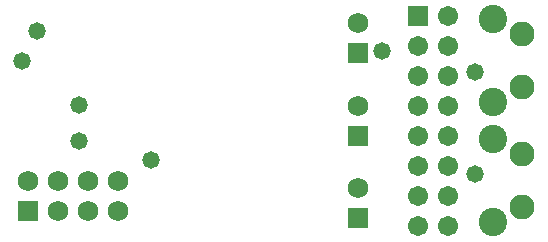
<source format=gbs>
%FSLAX25Y25*%
%MOIN*%
G70*
G01*
G75*
G04 Layer_Color=16711935*
%ADD10R,0.04500X0.06000*%
%ADD11C,0.01969*%
%ADD12C,0.03937*%
%ADD13C,0.01772*%
%ADD14C,0.08661*%
%ADD15C,0.07480*%
%ADD16C,0.06000*%
%ADD17R,0.06000X0.06000*%
%ADD18C,0.05906*%
%ADD19R,0.05906X0.05906*%
%ADD20R,0.06000X0.06000*%
%ADD21C,0.05000*%
%ADD22C,0.00394*%
%ADD23C,0.00787*%
%ADD24R,0.05300X0.06800*%
%ADD25C,0.09461*%
%ADD26C,0.08280*%
%ADD27C,0.06800*%
%ADD28R,0.06800X0.06800*%
%ADD29C,0.06706*%
%ADD30R,0.06706X0.06706*%
%ADD31R,0.06800X0.06800*%
%ADD32C,0.05800*%
D25*
X162061Y6221D02*
D03*
Y33780D02*
D03*
Y73780D02*
D03*
Y46220D02*
D03*
D26*
X171904Y11142D02*
D03*
Y28858D02*
D03*
Y68858D02*
D03*
Y51142D02*
D03*
D27*
X36983Y20000D02*
D03*
X26983D02*
D03*
X16983D02*
D03*
X6983D02*
D03*
X36983Y10000D02*
D03*
X26983D02*
D03*
X16983D02*
D03*
X116983Y45000D02*
D03*
Y17500D02*
D03*
Y72500D02*
D03*
D28*
X6983Y10000D02*
D03*
D29*
X136983Y5000D02*
D03*
X146983D02*
D03*
X136983Y15000D02*
D03*
X146983D02*
D03*
X136983Y25000D02*
D03*
X146983D02*
D03*
X136983Y35000D02*
D03*
X146983D02*
D03*
X136983Y45000D02*
D03*
X146983D02*
D03*
X136983Y55000D02*
D03*
X146983D02*
D03*
X136983Y65000D02*
D03*
X146983D02*
D03*
Y75000D02*
D03*
D30*
X136983D02*
D03*
D31*
X116983Y35000D02*
D03*
Y7500D02*
D03*
Y62500D02*
D03*
D32*
X47983Y27000D02*
D03*
X23983Y45348D02*
D03*
Y33348D02*
D03*
X5000Y60000D02*
D03*
X10000Y70000D02*
D03*
X124983Y63348D02*
D03*
X155983Y56348D02*
D03*
Y22348D02*
D03*
M02*

</source>
